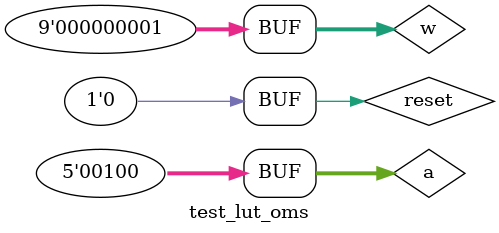
<source format=v>
module test_lut_oms;
 reg [8:0] w;
 reg [4:0] a;
 reg reset;
 wire [8:0] lut_product;


lut_oms lut_o(w,a,reset,lut_product);

initial 
begin 
 w=9'b000000001;a=00101;reset=1'b0;
 #10 w=9'b000000001;a=00100;reset=1'b0;
 end 
endmodule  
</source>
